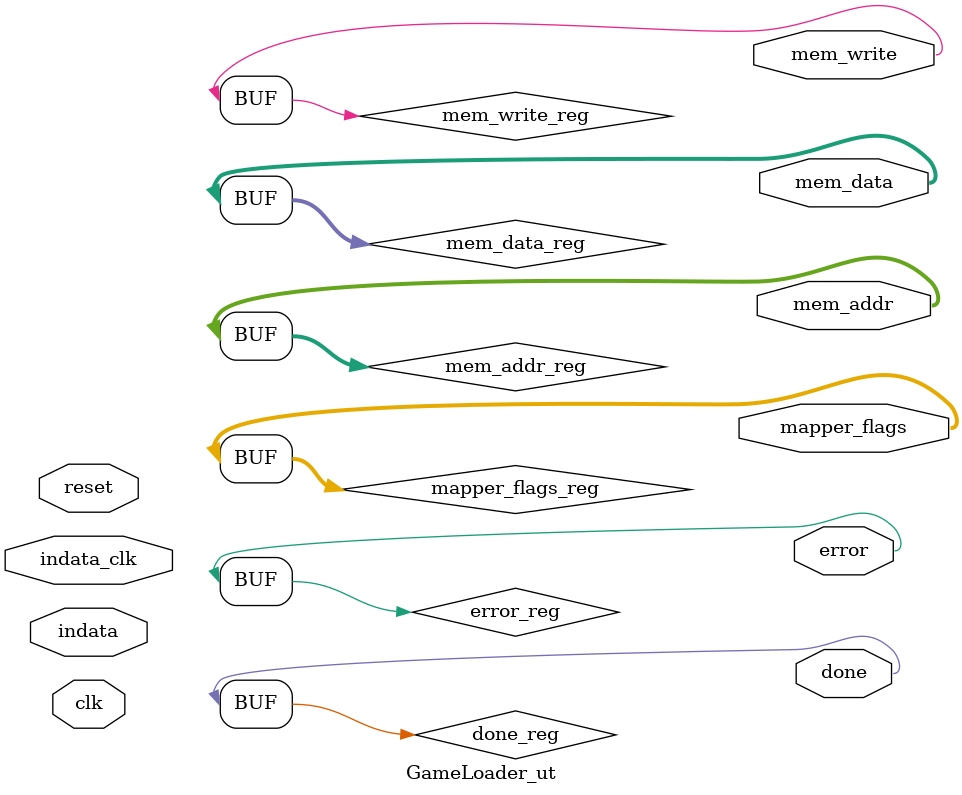
<source format=v>
module GameLoader_ut (
	 clk,
	 reset,
	 indata,
	 indata_clk,
	 mem_addr,
	 mem_data,
	 mem_write,
	 mapper_flags,
	 done,
	 error
);

// Inputs and Registers
input   clk;
reg  clk_reg;
input   reset;
reg  reset_reg;
input [7:0]  indata;
reg[7:0]  indata_reg;
input   indata_clk;
reg  indata_clk_reg;

// Outputs, Registers & Wires
output [21:0]  mem_addr;
reg[21:0]  mem_addr_reg;
wire[21:0]  mem_addr_wire;
output [7:0]  mem_data;
reg[7:0]  mem_data_reg;
wire[7:0]  mem_data_wire;
output   mem_write;
reg  mem_write_reg;
wire  mem_write_wire;
output [31:0]  mapper_flags;
reg[31:0]  mapper_flags_reg;
wire[31:0]  mapper_flags_wire;
output   done;
reg  done_reg;
wire  done_wire;
output   error;
reg  error_reg;
wire  error_wire;

// Assigning outputs.
assign  mem_addr =  mem_addr_reg;
assign  mem_data =  mem_data_reg;
assign  mem_write =  mem_write_reg;
assign  mapper_flags =  mapper_flags_reg;
assign  done =  done_reg;
assign  error =  error_reg;
GameLoader inst1(
	 . clk( clk_reg),
	 . reset( reset_reg),
	 . indata( indata_reg),
	 . indata_clk( indata_clk_reg),
	 . mem_addr( mem_addr_wire),
	 . mem_data( mem_data_wire),
	 . mem_write( mem_write_wire),
	 . mapper_flags( mapper_flags_wire),
	 . done( done_wire),
	 . error( error_wire)
);

endmodule

</source>
